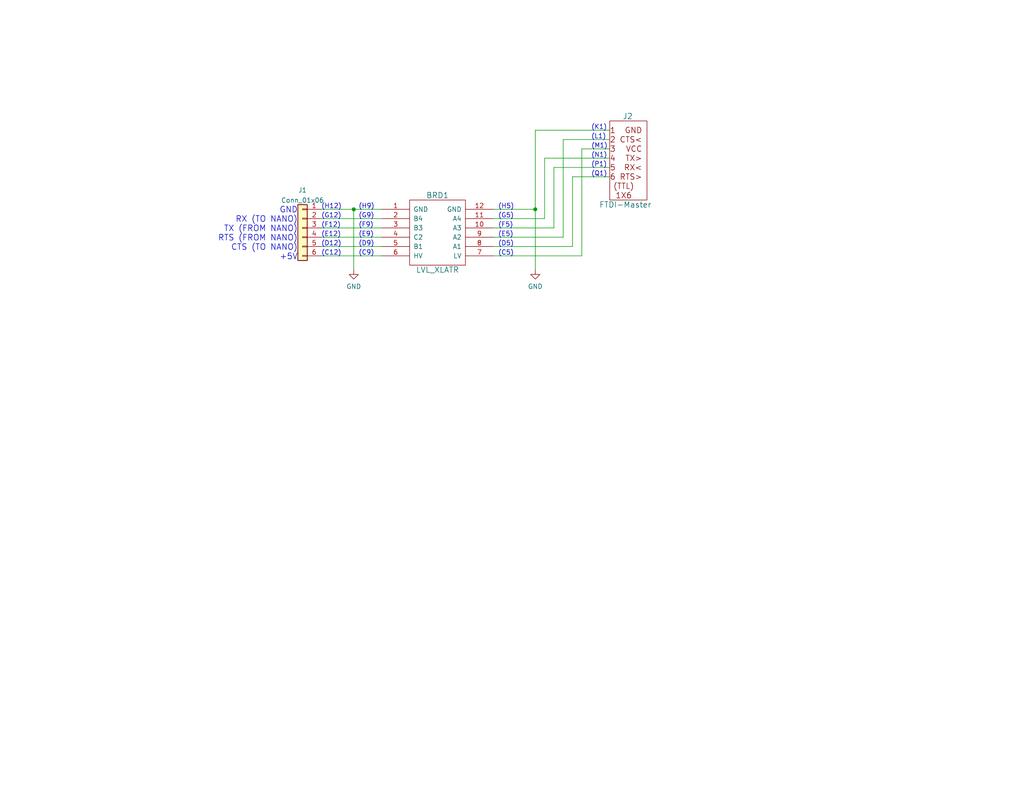
<source format=kicad_sch>
(kicad_sch (version 20211123) (generator eeschema)
  (paper "A")
  (lib_symbols
    (symbol "Connector_Generic:Conn_01x06" (pin_names (offset 1.016) hide)
      (property "Reference" "J" (at 0 7.62 0))
      (property "Value" "Conn_01x06" (at 0 -10.16 0))
      (symbol "Conn_01x06_1_1"
        (rectangle (start -1.27 -7.493) (end 0 -7.747) (stroke (width 0.1524)))
        (rectangle (start -1.27 -4.953) (end 0 -5.207) (stroke (width 0.1524)))
        (rectangle (start -1.27 -2.413) (end 0 -2.667) (stroke (width 0.1524)))
        (rectangle (start -1.27 0.127) (end 0 -0.127) (stroke (width 0.1524)))
        (rectangle (start -1.27 2.667) (end 0 2.413) (stroke (width 0.1524)))
        (rectangle (start -1.27 5.207) (end 0 4.953) (stroke (width 0.1524)))
        (rectangle (start -1.27 6.35) (end 1.27 -8.89) (stroke (width 0.254)) (fill (type background)))
        (pin passive line (at -5.08 5.08 0) (length 3.81) (name "Pin_1") (number "1"))
        (pin passive line (at -5.08 2.54 0) (length 3.81) (name "Pin_2") (number "2"))
        (pin passive line (at -5.08 0 0) (length 3.81) (name "Pin_3") (number "3"))
        (pin passive line (at -5.08 -2.54 0) (length 3.81) (name "Pin_4") (number "4"))
        (pin passive line (at -5.08 -5.08 0) (length 3.81) (name "Pin_5") (number "5"))
        (pin passive line (at -5.08 -7.62 0) (length 3.81) (name "Pin_6") (number "6"))
      )
    )
    (symbol "LandBoards_Cards:FTDI-Master" (pin_names (offset 1.016))
      (property "Reference" "BRD" (at 0 13.97 0))
      (property "Value" "FTDI-Master" (at 0 -10.16 0))
      (symbol "FTDI-Master_0_0"
        (rectangle (start -5.08 -8.89) (end 5.08 12.7))
        (text "(TTL)" (at 1.27 -5.08 0) (effects (font (size 1.524 1.524))))
        (text "1" (at 5.08 10.16 0) (effects (font (size 1.524 1.524)) (justify right)))
        (text "1X6" (at 1.27 -7.62 0) (effects (font (size 1.524 1.524))))
        (text "2" (at 5.08 7.62 0) (effects (font (size 1.524 1.524)) (justify right)))
        (text "3" (at 5.08 5.08 0) (effects (font (size 1.524 1.524)) (justify right)))
        (text "4" (at 5.08 2.54 0) (effects (font (size 1.524 1.524)) (justify right)))
        (text "5" (at 5.08 0 0) (effects (font (size 1.524 1.524)) (justify right)))
        (text "6" (at 5.08 -2.54 0) (effects (font (size 1.524 1.524)) (justify right)))
        (text "CTS<" (at -3.81 7.62 0) (effects (font (size 1.524 1.524)) (justify left)))
        (text "GND" (at -3.81 10.16 0) (effects (font (size 1.524 1.524)) (justify left)))
        (text "RTS>" (at -3.81 -2.54 0) (effects (font (size 1.524 1.524)) (justify left)))
        (text "RX<" (at -3.81 0 0) (effects (font (size 1.524 1.524)) (justify left)))
        (text "TX>" (at -3.81 2.54 0) (effects (font (size 1.524 1.524)) (justify left)))
        (text "VCC" (at -3.81 5.08 0) (effects (font (size 1.524 1.524)) (justify left)))
      )
    )
    (symbol "LandBoards_Cards:LVL_XLATR" (pin_names (offset 1.016))
      (property "Reference" "BRD" (at 0 10.16 0))
      (property "Value" "LVL_XLATR" (at 0 -10.16 0))
      (symbol "LVL_XLATR_0_0"
        (rectangle (start -7.62 8.89) (end 7.62 -8.89))
      )
      (symbol "LVL_XLATR_1_1"
        (pin power_out line (at -15.24 6.35 0) (length 7.62) (name "GND") (number "1"))
        (pin bidirectional line (at 15.24 1.27 180) (length 7.62) (name "A3") (number "10"))
        (pin bidirectional line (at 15.24 3.81 180) (length 7.62) (name "A4") (number "11"))
        (pin power_out line (at 15.24 6.35 180) (length 7.62) (name "GND") (number "12"))
        (pin bidirectional line (at -15.24 3.81 0) (length 7.62) (name "B4") (number "2"))
        (pin bidirectional line (at -15.24 1.27 0) (length 7.62) (name "B3") (number "3"))
        (pin bidirectional line (at -15.24 -1.27 0) (length 7.62) (name "C2") (number "4"))
        (pin bidirectional line (at -15.24 -3.81 0) (length 7.62) (name "B1") (number "5"))
        (pin power_in line (at -15.24 -6.35 0) (length 7.62) (name "HV") (number "6"))
        (pin power_in line (at 15.24 -6.35 180) (length 7.62) (name "LV") (number "7"))
        (pin bidirectional line (at 15.24 -3.81 180) (length 7.62) (name "A1") (number "8"))
        (pin bidirectional line (at 15.24 -1.27 180) (length 7.62) (name "A2") (number "9"))
      )
    )
    (symbol "power:GND" (power) (pin_names (offset 0))
      (property "Value" "GND" (at 0 -3.81 0))
      (symbol "GND_0_1"
        (polyline (pts (xy 0 0) (xy 0 -1.27) (xy 1.27 -1.27) (xy 0 -2.54) (xy -1.27 -1.27) (xy 0 -1.27)))
      )
      (symbol "GND_1_1"
        (pin power_in line (at 0 0 270) (length 0) hide (name "GND") (number "1"))
      )
    )
  )
  (junction (at 146.05 57.15))
  (junction (at 96.52 57.15))
  (wire (pts (xy 158.75 69.85) (xy 158.75 40.64)))
  (wire (pts (xy 166.37 45.72) (xy 151.13 45.72)))
  (wire (pts (xy 146.05 35.56) (xy 146.05 57.15)))
  (wire (pts (xy 156.21 67.31) (xy 156.21 48.26)))
  (wire (pts (xy 87.63 62.23) (xy 104.14 62.23)))
  (wire (pts (xy 146.05 35.56) (xy 166.37 35.56)))
  (wire (pts (xy 146.05 57.15) (xy 146.05 73.66)))
  (wire (pts (xy 96.52 57.15) (xy 96.52 73.66)))
  (wire (pts (xy 151.13 45.72) (xy 151.13 62.23)))
  (wire (pts (xy 158.75 40.64) (xy 166.37 40.64)))
  (wire (pts (xy 156.21 48.26) (xy 166.37 48.26)))
  (wire (pts (xy 134.62 69.85) (xy 158.75 69.85)))
  (wire (pts (xy 134.62 57.15) (xy 146.05 57.15)))
  (wire (pts (xy 87.63 57.15) (xy 96.52 57.15)))
  (wire (pts (xy 96.52 57.15) (xy 104.14 57.15)))
  (wire (pts (xy 166.37 43.18) (xy 148.59 43.18)))
  (wire (pts (xy 87.63 64.77) (xy 104.14 64.77)))
  (wire (pts (xy 87.63 69.85) (xy 104.14 69.85)))
  (wire (pts (xy 87.63 67.31) (xy 104.14 67.31)))
  (wire (pts (xy 151.13 62.23) (xy 134.62 62.23)))
  (wire (pts (xy 134.62 67.31) (xy 156.21 67.31)))
  (wire (pts (xy 87.63 59.69) (xy 104.14 59.69)))
  (wire (pts (xy 153.67 38.1) (xy 166.37 38.1)))
  (wire (pts (xy 134.62 64.77) (xy 153.67 64.77)))
  (wire (pts (xy 148.59 59.69) (xy 134.62 59.69)))
  (wire (pts (xy 148.59 43.18) (xy 148.59 59.69)))
  (wire (pts (xy 153.67 64.77) (xy 153.67 38.1)))
  (text "(Q1)" (at 161.29 48.26 0) (effects (font (size 1.27 1.27)) (justify left bottom)))
  (text "(E12)" (at 87.63 64.77 0) (effects (font (size 1.27 1.27)) (justify left bottom)))
  (text "(G12)" (at 87.63 59.69 0) (effects (font (size 1.27 1.27)) (justify left bottom)))
  (text "(G5)" (at 135.89 59.69 0) (effects (font (size 1.27 1.27)) (justify left bottom)))
  (text "(C5)" (at 135.89 69.85 0) (effects (font (size 1.27 1.27)) (justify left bottom)))
  (text "(C12)" (at 87.63 69.85 0) (effects (font (size 1.27 1.27)) (justify left bottom)))
  (text "(G9)" (at 97.79 59.69 0) (effects (font (size 1.27 1.27)) (justify left bottom)))
  (text "(H9)" (at 97.79 57.15 0) (effects (font (size 1.27 1.27)) (justify left bottom)))
  (text "(K1)" (at 161.29 35.56 0) (effects (font (size 1.27 1.27)) (justify left bottom)))
  (text "GND\nRX (TO NANO)\nTX (FROM NANO)\nRTS (FROM NANO)\nCTS (TO NANO)\n+5V" (at 81.28 71.12 0) (effects (font (size 1.5875 1.5875)) (justify right bottom)))
  (text "(F9)" (at 97.79 62.23 0) (effects (font (size 1.27 1.27)) (justify left bottom)))
  (text "(D12)" (at 87.63 67.31 0) (effects (font (size 1.27 1.27)) (justify left bottom)))
  (text "(P1)" (at 161.29 45.72 0) (effects (font (size 1.27 1.27)) (justify left bottom)))
  (text "(D5)" (at 135.89 67.31 0) (effects (font (size 1.27 1.27)) (justify left bottom)))
  (text "(N1)" (at 161.29 43.18 0) (effects (font (size 1.27 1.27)) (justify left bottom)))
  (text "(D9)" (at 97.79 67.31 0) (effects (font (size 1.27 1.27)) (justify left bottom)))
  (text "(E9)" (at 97.79 64.77 0) (effects (font (size 1.27 1.27)) (justify left bottom)))
  (text "(E5)" (at 135.89 64.77 0) (effects (font (size 1.27 1.27)) (justify left bottom)))
  (text "(L1)" (at 161.29 38.1 0) (effects (font (size 1.27 1.27)) (justify left bottom)))
  (text "(F12)" (at 87.63 62.23 0) (effects (font (size 1.27 1.27)) (justify left bottom)))
  (text "(H5)" (at 135.89 57.15 0) (effects (font (size 1.27 1.27)) (justify left bottom)))
  (text "(F5)" (at 135.89 62.23 0) (effects (font (size 1.27 1.27)) (justify left bottom)))
  (text "(M1)" (at 161.29 40.64 0) (effects (font (size 1.27 1.27)) (justify left bottom)))
  (text "(H12)" (at 87.63 57.15 0) (effects (font (size 1.27 1.27)) (justify left bottom)))
  (text "(C9)" (at 97.79 69.85 0) (effects (font (size 1.27 1.27)) (justify left bottom)))
  (symbol (lib_id "power:GND") (at 146.05 73.66 0) (unit 1)
    (property "Reference" "#PWR?" (effects hide))
    (property "Value" "GND" (at 146.05 78.2225 0))
  )
  (symbol (lib_id "LandBoards_Cards:FTDI-Master") (at 171.45 45.72 0) (mirror y) (unit 1)
    (property "Reference" "J2" (at 172.72 31.75 0) (effects (font (size 1.524 1.524)) (justify left)))
    (property "Value" "FTDI-Master" (at 177.8 55.88 0) (effects (font (size 1.524 1.524)) (justify left)))
  )
  (symbol (lib_id "Connector_Generic:Conn_01x06") (at 82.55 62.23 0) (mirror y) (unit 1)
    (property "Reference" "J1" (at 82.55 51.9135 0))
    (property "Value" "Conn_01x06" (at 82.55 54.6886 0))
  )
  (symbol (lib_id "LandBoards_Cards:LVL_XLATR") (at 119.38 63.5 0) (unit 1)
    (property "Reference" "BRD1" (at 119.38 53.34 0) (effects (font (size 1.524 1.524))))
    (property "Value" "LVL_XLATR" (at 119.38 73.66 0) (effects (font (size 1.524 1.524))))
  )
  (symbol (lib_id "power:GND") (at 96.52 73.66 0) (unit 1)
    (property "Reference" "#PWR?" (effects hide))
    (property "Value" "GND" (at 96.52 78.2225 0))
  )
)
</source>
